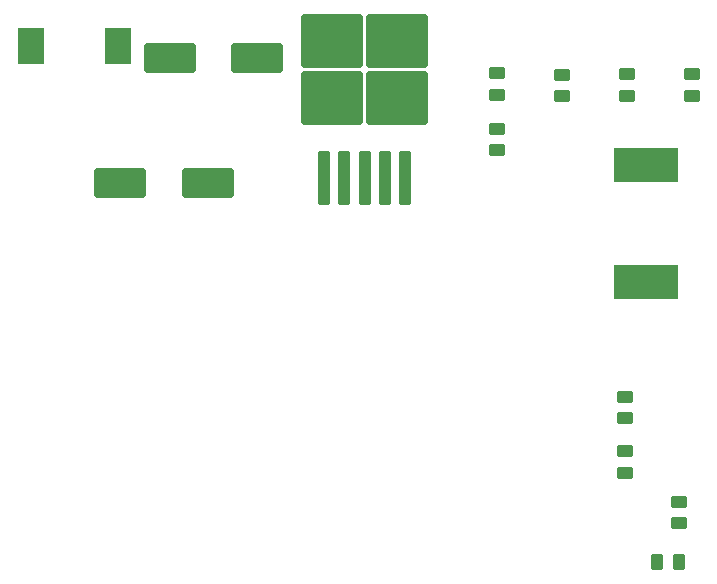
<source format=gbr>
%TF.GenerationSoftware,KiCad,Pcbnew,8.0.2*%
%TF.CreationDate,2024-06-28T22:02:35+02:00*%
%TF.ProjectId,Leiterkarte,4c656974-6572-46b6-9172-74652e6b6963,rev?*%
%TF.SameCoordinates,Original*%
%TF.FileFunction,Paste,Top*%
%TF.FilePolarity,Positive*%
%FSLAX46Y46*%
G04 Gerber Fmt 4.6, Leading zero omitted, Abs format (unit mm)*
G04 Created by KiCad (PCBNEW 8.0.2) date 2024-06-28 22:02:35*
%MOMM*%
%LPD*%
G01*
G04 APERTURE LIST*
G04 Aperture macros list*
%AMRoundRect*
0 Rectangle with rounded corners*
0 $1 Rounding radius*
0 $2 $3 $4 $5 $6 $7 $8 $9 X,Y pos of 4 corners*
0 Add a 4 corners polygon primitive as box body*
4,1,4,$2,$3,$4,$5,$6,$7,$8,$9,$2,$3,0*
0 Add four circle primitives for the rounded corners*
1,1,$1+$1,$2,$3*
1,1,$1+$1,$4,$5*
1,1,$1+$1,$6,$7*
1,1,$1+$1,$8,$9*
0 Add four rect primitives between the rounded corners*
20,1,$1+$1,$2,$3,$4,$5,0*
20,1,$1+$1,$4,$5,$6,$7,0*
20,1,$1+$1,$6,$7,$8,$9,0*
20,1,$1+$1,$8,$9,$2,$3,0*%
G04 Aperture macros list end*
%ADD10R,2.300000X3.100000*%
%ADD11R,5.400000X2.900000*%
%ADD12RoundRect,0.250000X-1.950000X-1.000000X1.950000X-1.000000X1.950000X1.000000X-1.950000X1.000000X0*%
%ADD13RoundRect,0.250000X0.450000X-0.262500X0.450000X0.262500X-0.450000X0.262500X-0.450000X-0.262500X0*%
%ADD14RoundRect,0.250000X-0.450000X0.262500X-0.450000X-0.262500X0.450000X-0.262500X0.450000X0.262500X0*%
%ADD15RoundRect,0.250000X0.262500X0.450000X-0.262500X0.450000X-0.262500X-0.450000X0.262500X-0.450000X0*%
%ADD16RoundRect,0.250000X0.300000X-2.050000X0.300000X2.050000X-0.300000X2.050000X-0.300000X-2.050000X0*%
%ADD17RoundRect,0.250000X2.375000X-2.025000X2.375000X2.025000X-2.375000X2.025000X-2.375000X-2.025000X0*%
G04 APERTURE END LIST*
D10*
%TO.C,F2*%
X126300000Y-63775000D03*
X133700000Y-63775000D03*
%TD*%
D11*
%TO.C,L1*%
X178400000Y-73900000D03*
X178400000Y-83800000D03*
%TD*%
D12*
%TO.C,C2*%
X141300000Y-75400000D03*
X133900000Y-75400000D03*
%TD*%
%TO.C,C1*%
X138100000Y-64800000D03*
X145500000Y-64800000D03*
%TD*%
D13*
%TO.C,R5*%
X182280000Y-66177500D03*
X182280000Y-68002500D03*
%TD*%
%TO.C,R4*%
X176780000Y-66197500D03*
X176780000Y-68022500D03*
%TD*%
%TO.C,R3*%
X171270000Y-66207500D03*
X171270000Y-68032500D03*
%TD*%
D14*
%TO.C,R7*%
X181160000Y-104185000D03*
X181160000Y-102360000D03*
%TD*%
%TO.C,R6*%
X176610000Y-95295000D03*
X176610000Y-93470000D03*
%TD*%
D15*
%TO.C,R9*%
X179335000Y-107460000D03*
X181160000Y-107460000D03*
%TD*%
D16*
%TO.C,U1*%
X157970000Y-74925000D03*
X156270000Y-74925000D03*
D17*
X157345000Y-63350000D03*
X151795000Y-63350000D03*
X157345000Y-68200000D03*
X151795000Y-68200000D03*
D16*
X154570000Y-74925000D03*
X152870000Y-74925000D03*
X151170000Y-74925000D03*
%TD*%
D14*
%TO.C,R1*%
X165770000Y-67900000D03*
X165770000Y-66075000D03*
%TD*%
%TO.C,R2*%
X165770000Y-72600000D03*
X165770000Y-70775000D03*
%TD*%
%TO.C,R8*%
X176620000Y-99935000D03*
X176620000Y-98110000D03*
%TD*%
M02*

</source>
